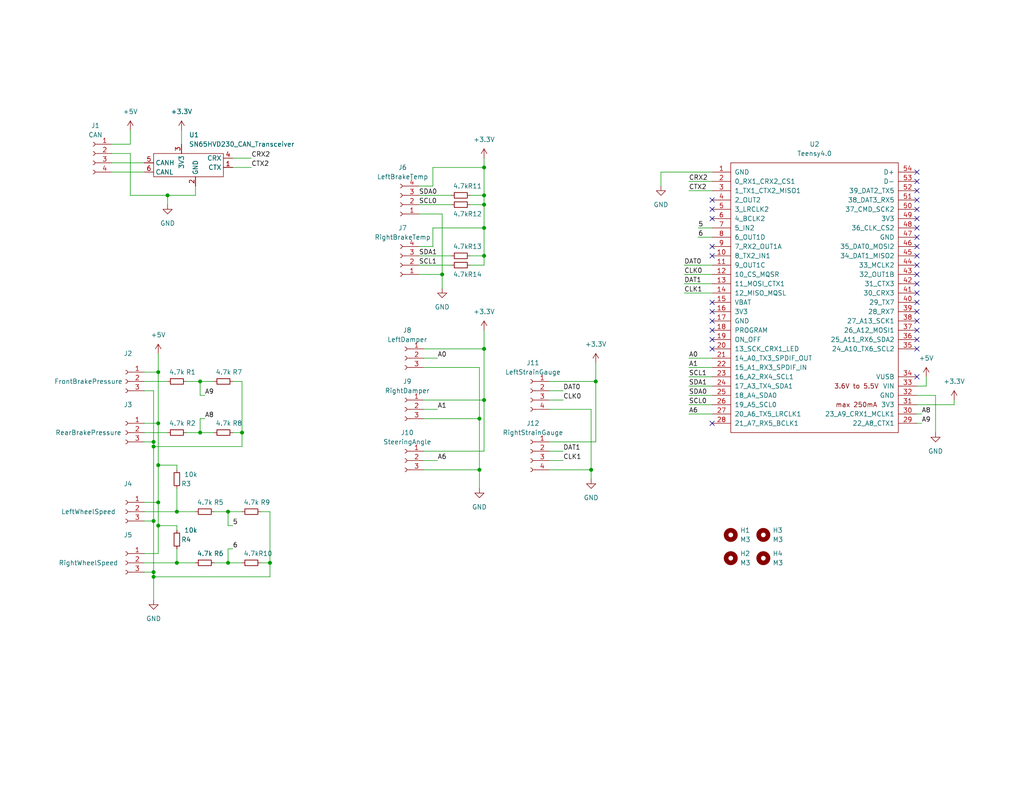
<source format=kicad_sch>
(kicad_sch (version 20211123) (generator eeschema)
  (paper "USLetter")
  (title_block (title "SDM-23 DAQ I/O Board") (date "2023-01-22") (rev "v1"))
  (lib_symbols
    (symbol "Connector:Conn_01x03_Female" (pin_names (offset 1.016) hide)
      (property "Reference" "J" (at 0 5.08 0))
      (property "Value" "Conn_01x03_Female" (at 0 -5.08 0))
      (symbol "Conn_01x03_Female_1_1"
        (arc (start 0 -2.032) (mid -0.508 -2.54) (end 0 -3.048) (stroke (width 0.1524)))
        (polyline (pts (xy -1.27 -2.54) (xy -0.508 -2.54)) (stroke (width 0.1524)))
        (polyline (pts (xy -1.27 0) (xy -0.508 0)) (stroke (width 0.1524)))
        (polyline (pts (xy -1.27 2.54) (xy -0.508 2.54)) (stroke (width 0.1524)))
        (arc (start 0 0.508) (mid -0.508 0) (end 0 -0.508) (stroke (width 0.1524)))
        (arc (start 0 3.048) (mid -0.508 2.54) (end 0 2.032) (stroke (width 0.1524)))
        (pin passive line (at -5.08 2.54 0) (length 3.81) (name "Pin_1") (number "1"))
        (pin passive line (at -5.08 0 0) (length 3.81) (name "Pin_2") (number "2"))
        (pin passive line (at -5.08 -2.54 0) (length 3.81) (name "Pin_3") (number "3"))
      )
    )
    (symbol "Connector:Conn_01x04_Female" (pin_names (offset 1.016) hide)
      (property "Reference" "J" (at 0 5.08 0))
      (property "Value" "Conn_01x04_Female" (at 0 -7.62 0))
      (symbol "Conn_01x04_Female_1_1"
        (arc (start 0 -4.572) (mid -0.508 -5.08) (end 0 -5.588) (stroke (width 0.1524)))
        (arc (start 0 -2.032) (mid -0.508 -2.54) (end 0 -3.048) (stroke (width 0.1524)))
        (polyline (pts (xy -1.27 -5.08) (xy -0.508 -5.08)) (stroke (width 0.1524)))
        (polyline (pts (xy -1.27 -2.54) (xy -0.508 -2.54)) (stroke (width 0.1524)))
        (polyline (pts (xy -1.27 0) (xy -0.508 0)) (stroke (width 0.1524)))
        (polyline (pts (xy -1.27 2.54) (xy -0.508 2.54)) (stroke (width 0.1524)))
        (arc (start 0 0.508) (mid -0.508 0) (end 0 -0.508) (stroke (width 0.1524)))
        (arc (start 0 3.048) (mid -0.508 2.54) (end 0 2.032) (stroke (width 0.1524)))
        (pin passive line (at -5.08 2.54 0) (length 3.81) (name "Pin_1") (number "1"))
        (pin passive line (at -5.08 0 0) (length 3.81) (name "Pin_2") (number "2"))
        (pin passive line (at -5.08 -2.54 0) (length 3.81) (name "Pin_3") (number "3"))
        (pin passive line (at -5.08 -5.08 0) (length 3.81) (name "Pin_4") (number "4"))
      )
    )
    (symbol "Device:R_Small" (pin_numbers hide) (pin_names (offset 0.254) hide)
      (property "Reference" "R" (at 0.762 0.508 0))
      (property "Value" "R_Small" (at 0.762 -1.016 0))
      (symbol "R_Small_0_1"
        (rectangle (start -0.762 1.778) (end 0.762 -1.778) (stroke (width 0.2032)))
      )
      (symbol "R_Small_1_1"
        (pin passive line (at 0 2.54 270) (length 0.762) (name "~") (number "1"))
        (pin passive line (at 0 -2.54 90) (length 0.762) (name "~") (number "2"))
      )
    )
    (symbol "Mechanical:MountingHole" (pin_names (offset 1.016))
      (property "Reference" "H" (at 0 5.08 0))
      (property "Value" "MountingHole" (at 0 3.175 0))
      (symbol "MountingHole_0_1"
        (circle (center 0 0) (radius 1.27) (stroke (width 1.27)))
      )
    )
    (symbol "SDM:SN65HVD230_CAN_Transceiver"
      (property "Reference" "U" (at 0 2.54 0))
      (property "Value" "SN65HVD230_CAN_Transceiver" (at 13.97 0 0))
      (symbol "SN65HVD230_CAN_Transceiver_0_1"
        (rectangle (start -8.89 -6.35) (end 10.16 -12.7))
      )
      (symbol "SN65HVD230_CAN_Transceiver_1_1"
        (pin input line (at 12.7 -10.16 180) (length 2.54) (name "CTX") (number "1"))
        (pin input line (at 2.54 -15.24 90) (length 2.54) (name "GND") (number "2"))
        (pin input line (at -1.27 -3.81 270) (length 2.54) (name "3V3") (number "3"))
        (pin input line (at 12.7 -7.62 180) (length 2.54) (name "CRX") (number "4"))
        (pin input line (at -11.43 -8.89 0) (length 2.54) (name "CANH") (number "5"))
        (pin input line (at -11.43 -11.43 0) (length 2.54) (name "CANL") (number "6"))
      )
    )
    (symbol "Teensy:Teensy4.0" (pin_names (offset 1.016))
      (property "Reference" "U" (at 0 39.37 0))
      (property "Value" "Teensy4.0" (at 0 -39.37 0))
      (symbol "Teensy4.0_0_0"
        (text "3.6V to 5.5V" (at 11.43 -24.13 0) (effects (font (size 1.27 1.27))))
        (text "max 250mA" (at 11.43 -29.21 0) (effects (font (size 1.27 1.27))))
        (pin bidirectional line (at -27.94 11.43 0) (length 5.08) (name "8_TX2_IN1") (number "10"))
        (pin bidirectional line (at -27.94 8.89 0) (length 5.08) (name "9_OUT1C") (number "11"))
        (pin bidirectional line (at -27.94 6.35 0) (length 5.08) (name "10_CS_MQSR") (number "12"))
        (pin bidirectional line (at -27.94 3.81 0) (length 5.08) (name "11_MOSI_CTX1") (number "13"))
        (pin bidirectional line (at -27.94 1.27 0) (length 5.08) (name "12_MISO_MQSL") (number "14"))
        (pin power_in line (at -27.94 -1.27 0) (length 5.08) (name "VBAT") (number "15"))
        (pin power_in line (at -27.94 -3.81 0) (length 5.08) (name "3V3") (number "16"))
        (pin power_in line (at -27.94 -6.35 0) (length 5.08) (name "GND") (number "17"))
        (pin input line (at -27.94 -8.89 0) (length 5.08) (name "PROGRAM") (number "18"))
        (pin input line (at -27.94 -11.43 0) (length 5.08) (name "ON_OFF") (number "19"))
        (pin bidirectional line (at -27.94 -13.97 0) (length 5.08) (name "13_SCK_CRX1_LED") (number "20"))
        (pin bidirectional line (at -27.94 -16.51 0) (length 5.08) (name "14_A0_TX3_SPDIF_OUT") (number "21"))
        (pin bidirectional line (at -27.94 -19.05 0) (length 5.08) (name "15_A1_RX3_SPDIF_IN") (number "22"))
        (pin bidirectional line (at -27.94 -21.59 0) (length 5.08) (name "16_A2_RX4_SCL1") (number "23"))
        (pin bidirectional line (at -27.94 -24.13 0) (length 5.08) (name "17_A3_TX4_SDA1") (number "24"))
        (pin bidirectional line (at -27.94 -26.67 0) (length 5.08) (name "18_A4_SDA0") (number "25"))
        (pin bidirectional line (at -27.94 -29.21 0) (length 5.08) (name "19_A5_SCL0") (number "26"))
        (pin bidirectional line (at -27.94 -31.75 0) (length 5.08) (name "20_A6_TX5_LRCLK1") (number "27"))
        (pin bidirectional line (at -27.94 -34.29 0) (length 5.08) (name "21_A7_RX5_BCLK1") (number "28"))
        (pin bidirectional line (at 27.94 -34.29 180) (length 5.08) (name "22_A8_CTX1") (number "29"))
        (pin bidirectional line (at 27.94 -31.75 180) (length 5.08) (name "23_A9_CRX1_MCLK1") (number "30"))
        (pin power_out line (at 27.94 -29.21 180) (length 5.08) (name "3V3") (number "31"))
        (pin power_in line (at 27.94 -26.67 180) (length 5.08) (name "GND") (number "32"))
        (pin power_in line (at 27.94 -24.13 180) (length 5.08) (name "VIN") (number "33"))
        (pin power_out line (at 27.94 -21.59 180) (length 5.08) (name "VUSB") (number "34"))
        (pin bidirectional line (at 27.94 -13.97 180) (length 5.08) (name "24_A10_TX6_SCL2") (number "35"))
        (pin bidirectional line (at 27.94 -11.43 180) (length 5.08) (name "25_A11_RX6_SDA2") (number "36"))
        (pin bidirectional line (at 27.94 -8.89 180) (length 5.08) (name "26_A12_MOSI1") (number "37"))
        (pin bidirectional line (at 27.94 -6.35 180) (length 5.08) (name "27_A13_SCK1") (number "38"))
        (pin bidirectional line (at 27.94 -3.81 180) (length 5.08) (name "28_RX7") (number "39"))
        (pin bidirectional line (at 27.94 -1.27 180) (length 5.08) (name "29_TX7") (number "40"))
        (pin bidirectional line (at 27.94 1.27 180) (length 5.08) (name "30_CRX3") (number "41"))
        (pin bidirectional line (at 27.94 3.81 180) (length 5.08) (name "31_CTX3") (number "42"))
        (pin bidirectional line (at 27.94 6.35 180) (length 5.08) (name "32_OUT1B") (number "43"))
        (pin bidirectional line (at 27.94 8.89 180) (length 5.08) (name "33_MCLK2") (number "44"))
        (pin bidirectional line (at 27.94 11.43 180) (length 5.08) (name "34_DAT1_MISO2") (number "45"))
        (pin bidirectional line (at 27.94 13.97 180) (length 5.08) (name "35_DAT0_MOSI2") (number "46"))
        (pin power_out line (at 27.94 16.51 180) (length 5.08) (name "GND") (number "47"))
        (pin bidirectional line (at 27.94 19.05 180) (length 5.08) (name "36_CLK_CS2") (number "48"))
        (pin power_out line (at 27.94 21.59 180) (length 5.08) (name "3V3") (number "49"))
        (pin bidirectional line (at -27.94 24.13 0) (length 5.08) (name "3_LRCLK2") (number "5"))
        (pin bidirectional line (at 27.94 24.13 180) (length 5.08) (name "37_CMD_SCK2") (number "50"))
        (pin bidirectional line (at 27.94 26.67 180) (length 5.08) (name "38_DAT3_RX5") (number "51"))
        (pin bidirectional line (at 27.94 29.21 180) (length 5.08) (name "39_DAT2_TX5") (number "52"))
        (pin bidirectional line (at 27.94 31.75 180) (length 5.08) (name "D-") (number "53"))
        (pin bidirectional line (at 27.94 34.29 180) (length 5.08) (name "D+") (number "54"))
        (pin bidirectional line (at -27.94 21.59 0) (length 5.08) (name "4_BCLK2") (number "6"))
        (pin bidirectional line (at -27.94 19.05 0) (length 5.08) (name "5_IN2") (number "7"))
        (pin bidirectional line (at -27.94 16.51 0) (length 5.08) (name "6_OUT1D") (number "8"))
        (pin bidirectional line (at -27.94 13.97 0) (length 5.08) (name "7_RX2_OUT1A") (number "9"))
      )
      (symbol "Teensy4.0_0_1"
        (rectangle (start -22.86 36.83) (end 22.86 -36.83))
        (rectangle (start -20.32 -31.75) (end -20.32 -31.75))
      )
      (symbol "Teensy4.0_1_1"
        (pin power_in line (at -27.94 34.29 0) (length 5.08) (name "GND") (number "1"))
        (pin bidirectional line (at -27.94 31.75 0) (length 5.08) (name "0_RX1_CRX2_CS1") (number "2"))
        (pin bidirectional line (at -27.94 29.21 0) (length 5.08) (name "1_TX1_CTX2_MISO1") (number "3"))
        (pin bidirectional line (at -27.94 26.67 0) (length 5.08) (name "2_OUT2") (number "4"))
      )
    )
    (symbol "power:+3.3V" (power) (pin_names (offset 0))
      (property "Value" "+3.3V" (at 0 3.556 0))
      (symbol "+3.3V_0_1"
        (polyline (pts (xy -0.762 1.27) (xy 0 2.54)))
        (polyline (pts (xy 0 0) (xy 0 2.54)))
        (polyline (pts (xy 0 2.54) (xy 0.762 1.27)))
      )
      (symbol "+3.3V_1_1"
        (pin power_in line (at 0 0 90) (length 0) hide (name "+3.3V") (number "1"))
      )
    )
    (symbol "power:+5V" (power) (pin_names (offset 0))
      (property "Value" "+5V" (at 0 3.556 0))
      (symbol "+5V_0_1"
        (polyline (pts (xy -0.762 1.27) (xy 0 2.54)))
        (polyline (pts (xy 0 0) (xy 0 2.54)))
        (polyline (pts (xy 0 2.54) (xy 0.762 1.27)))
      )
      (symbol "+5V_1_1"
        (pin power_in line (at 0 0 90) (length 0) hide (name "+5V") (number "1"))
      )
    )
    (symbol "power:GND" (power) (pin_names (offset 0))
      (property "Value" "GND" (at 0 -3.81 0))
      (symbol "GND_0_1"
        (polyline (pts (xy 0 0) (xy 0 -1.27) (xy 1.27 -1.27) (xy 0 -2.54) (xy -1.27 -1.27) (xy 0 -1.27)))
      )
      (symbol "GND_1_1"
        (pin power_in line (at 0 0 270) (length 0) hide (name "GND") (number "1"))
      )
    )
  )
  (junction (at 43.18 115.57))
  (junction (at 41.91 120.65))
  (junction (at 66.04 118.11))
  (junction (at 41.91 121.92))
  (junction (at 132.08 109.22))
  (junction (at 62.23 139.7))
  (junction (at 41.91 142.24))
  (junction (at 48.26 153.67))
  (junction (at 120.65 74.93))
  (junction (at 132.08 95.25))
  (junction (at 132.08 53.34))
  (junction (at 54.61 118.11))
  (junction (at 41.91 157.48))
  (junction (at 132.08 45.72))
  (junction (at 130.81 128.27))
  (junction (at 132.08 55.88))
  (junction (at 48.26 139.7))
  (junction (at 43.18 127))
  (junction (at 162.56 104.14))
  (junction (at 43.18 143.51))
  (junction (at 45.72 53.34))
  (junction (at 62.23 153.67))
  (junction (at 130.81 114.3))
  (junction (at 43.18 137.16))
  (junction (at 132.08 69.85))
  (junction (at 41.91 156.21))
  (junction (at 43.18 101.6))
  (junction (at 54.61 104.14))
  (junction (at 73.66 153.67))
  (junction (at 132.08 62.23))
  (junction (at 161.29 128.27))
  (no_connect (at 194.31 115.57))
  (no_connect (at 250.19 49.53))
  (no_connect (at 250.19 82.55))
  (no_connect (at 250.19 102.87))
  (no_connect (at 250.19 69.85))
  (no_connect (at 250.19 90.17))
  (no_connect (at 250.19 59.69))
  (no_connect (at 250.19 80.01))
  (no_connect (at 194.31 95.25))
  (no_connect (at 250.19 72.39))
  (no_connect (at 194.31 54.61))
  (no_connect (at 250.19 62.23))
  (no_connect (at 250.19 92.71))
  (no_connect (at 250.19 87.63))
  (no_connect (at 194.31 92.71))
  (no_connect (at 194.31 85.09))
  (no_connect (at 194.31 90.17))
  (no_connect (at 194.31 69.85))
  (no_connect (at 250.19 67.31))
  (no_connect (at 194.31 87.63))
  (no_connect (at 250.19 57.15))
  (no_connect (at 250.19 52.07))
  (no_connect (at 194.31 59.69))
  (no_connect (at 250.19 54.61))
  (no_connect (at 194.31 57.15))
  (no_connect (at 194.31 67.31))
  (no_connect (at 250.19 95.25))
  (no_connect (at 250.19 74.93))
  (no_connect (at 250.19 77.47))
  (no_connect (at 250.19 64.77))
  (no_connect (at 194.31 82.55))
  (no_connect (at 250.19 46.99))
  (no_connect (at 250.19 85.09))
  (wire (pts (xy 41.91 163.83) (xy 41.91 157.48)))
  (wire (pts (xy 130.81 100.33) (xy 130.81 114.3)))
  (wire (pts (xy 41.91 120.65) (xy 39.37 120.65)))
  (wire (pts (xy 115.57 111.76) (xy 119.38 111.76)))
  (wire (pts (xy 162.56 104.14) (xy 149.86 104.14)))
  (wire (pts (xy 114.3 67.31) (xy 118.11 67.31)))
  (wire (pts (xy 73.66 139.7) (xy 73.66 153.67)))
  (wire (pts (xy 55.88 107.95) (xy 54.61 107.95)))
  (wire (pts (xy 62.23 139.7) (xy 62.23 143.51)))
  (wire (pts (xy 187.96 110.49) (xy 194.31 110.49)))
  (wire (pts (xy 35.56 41.91) (xy 30.48 41.91)))
  (wire (pts (xy 114.3 74.93) (xy 120.65 74.93)))
  (wire (pts (xy 132.08 55.88) (xy 132.08 62.23)))
  (wire (pts (xy 43.18 115.57) (xy 43.18 101.6)))
  (wire (pts (xy 115.57 109.22) (xy 132.08 109.22)))
  (wire (pts (xy 66.04 121.92) (xy 41.91 121.92)))
  (wire (pts (xy 55.88 114.3) (xy 54.61 114.3)))
  (wire (pts (xy 128.27 69.85) (xy 132.08 69.85)))
  (wire (pts (xy 30.48 46.99) (xy 39.37 46.99)))
  (wire (pts (xy 63.5 43.18) (xy 68.58 43.18)))
  (wire (pts (xy 30.48 44.45) (xy 39.37 44.45)))
  (wire (pts (xy 50.8 118.11) (xy 54.61 118.11)))
  (wire (pts (xy 186.69 77.47) (xy 194.31 77.47)))
  (wire (pts (xy 43.18 101.6) (xy 43.18 96.52)))
  (wire (pts (xy 54.61 104.14) (xy 58.42 104.14)))
  (wire (pts (xy 39.37 151.13) (xy 43.18 151.13)))
  (wire (pts (xy 43.18 137.16) (xy 43.18 127)))
  (wire (pts (xy 161.29 128.27) (xy 161.29 130.81)))
  (wire (pts (xy 66.04 104.14) (xy 66.04 118.11)))
  (wire (pts (xy 48.26 153.67) (xy 53.34 153.67)))
  (wire (pts (xy 63.5 45.72) (xy 68.58 45.72)))
  (wire (pts (xy 132.08 123.19) (xy 132.08 109.22)))
  (wire (pts (xy 43.18 151.13) (xy 43.18 143.51)))
  (wire (pts (xy 39.37 156.21) (xy 41.91 156.21)))
  (wire (pts (xy 118.11 45.72) (xy 132.08 45.72)))
  (wire (pts (xy 115.57 100.33) (xy 130.81 100.33)))
  (wire (pts (xy 260.35 110.49) (xy 260.35 109.22)))
  (wire (pts (xy 115.57 114.3) (xy 130.81 114.3)))
  (wire (pts (xy 71.12 139.7) (xy 73.66 139.7)))
  (wire (pts (xy 39.37 101.6) (xy 43.18 101.6)))
  (wire (pts (xy 180.34 46.99) (xy 180.34 50.8)))
  (wire (pts (xy 149.86 120.65) (xy 162.56 120.65)))
  (wire (pts (xy 48.26 149.86) (xy 48.26 153.67)))
  (wire (pts (xy 114.3 50.8) (xy 118.11 50.8)))
  (wire (pts (xy 255.27 107.95) (xy 255.27 118.11)))
  (wire (pts (xy 132.08 109.22) (xy 132.08 95.25)))
  (wire (pts (xy 58.42 139.7) (xy 62.23 139.7)))
  (wire (pts (xy 41.91 121.92) (xy 41.91 120.65)))
  (wire (pts (xy 41.91 142.24) (xy 41.91 121.92)))
  (wire (pts (xy 187.96 52.07) (xy 194.31 52.07)))
  (wire (pts (xy 187.96 97.79) (xy 194.31 97.79)))
  (wire (pts (xy 149.86 123.19) (xy 153.67 123.19)))
  (wire (pts (xy 114.3 55.88) (xy 123.19 55.88)))
  (wire (pts (xy 48.26 144.78) (xy 48.26 143.51)))
  (wire (pts (xy 186.69 74.93) (xy 194.31 74.93)))
  (wire (pts (xy 66.04 118.11) (xy 66.04 121.92)))
  (wire (pts (xy 149.86 106.68) (xy 153.67 106.68)))
  (wire (pts (xy 128.27 53.34) (xy 132.08 53.34)))
  (wire (pts (xy 250.19 115.57) (xy 251.46 115.57)))
  (wire (pts (xy 35.56 35.56) (xy 35.56 39.37)))
  (wire (pts (xy 149.86 111.76) (xy 161.29 111.76)))
  (wire (pts (xy 132.08 72.39) (xy 132.08 69.85)))
  (wire (pts (xy 187.96 107.95) (xy 194.31 107.95)))
  (wire (pts (xy 63.5 149.86) (xy 62.23 149.86)))
  (wire (pts (xy 250.19 110.49) (xy 260.35 110.49)))
  (wire (pts (xy 128.27 55.88) (xy 132.08 55.88)))
  (wire (pts (xy 114.3 58.42) (xy 120.65 58.42)))
  (wire (pts (xy 39.37 106.68) (xy 41.91 106.68)))
  (wire (pts (xy 115.57 97.79) (xy 119.38 97.79)))
  (wire (pts (xy 54.61 107.95) (xy 54.61 104.14)))
  (wire (pts (xy 115.57 95.25) (xy 132.08 95.25)))
  (wire (pts (xy 41.91 142.24) (xy 41.91 156.21)))
  (wire (pts (xy 132.08 53.34) (xy 132.08 55.88)))
  (wire (pts (xy 71.12 153.67) (xy 73.66 153.67)))
  (wire (pts (xy 132.08 62.23) (xy 132.08 69.85)))
  (wire (pts (xy 187.96 113.03) (xy 194.31 113.03)))
  (wire (pts (xy 115.57 128.27) (xy 130.81 128.27)))
  (wire (pts (xy 132.08 45.72) (xy 132.08 53.34)))
  (wire (pts (xy 149.86 125.73) (xy 153.67 125.73)))
  (wire (pts (xy 39.37 118.11) (xy 45.72 118.11)))
  (wire (pts (xy 41.91 157.48) (xy 41.91 156.21)))
  (wire (pts (xy 190.5 64.77) (xy 194.31 64.77)))
  (wire (pts (xy 48.26 139.7) (xy 53.34 139.7)))
  (wire (pts (xy 41.91 157.48) (xy 73.66 157.48)))
  (wire (pts (xy 35.56 53.34) (xy 45.72 53.34)))
  (wire (pts (xy 62.23 139.7) (xy 66.04 139.7)))
  (wire (pts (xy 62.23 149.86) (xy 62.23 153.67)))
  (wire (pts (xy 118.11 62.23) (xy 132.08 62.23)))
  (wire (pts (xy 48.26 133.35) (xy 48.26 139.7)))
  (wire (pts (xy 115.57 125.73) (xy 119.38 125.73)))
  (wire (pts (xy 39.37 142.24) (xy 41.91 142.24)))
  (wire (pts (xy 130.81 114.3) (xy 130.81 128.27)))
  (wire (pts (xy 54.61 118.11) (xy 58.42 118.11)))
  (wire (pts (xy 50.8 104.14) (xy 54.61 104.14)))
  (wire (pts (xy 73.66 153.67) (xy 73.66 157.48)))
  (wire (pts (xy 252.73 102.87) (xy 252.73 105.41)))
  (wire (pts (xy 115.57 123.19) (xy 132.08 123.19)))
  (wire (pts (xy 39.37 153.67) (xy 48.26 153.67)))
  (wire (pts (xy 114.3 53.34) (xy 123.19 53.34)))
  (wire (pts (xy 39.37 139.7) (xy 48.26 139.7)))
  (wire (pts (xy 43.18 143.51) (xy 43.18 137.16)))
  (wire (pts (xy 45.72 53.34) (xy 45.72 55.88)))
  (wire (pts (xy 43.18 127) (xy 43.18 115.57)))
  (wire (pts (xy 58.42 153.67) (xy 62.23 153.67)))
  (wire (pts (xy 161.29 111.76) (xy 161.29 128.27)))
  (wire (pts (xy 118.11 50.8) (xy 118.11 45.72)))
  (wire (pts (xy 250.19 107.95) (xy 255.27 107.95)))
  (wire (pts (xy 62.23 153.67) (xy 66.04 153.67)))
  (wire (pts (xy 30.48 39.37) (xy 35.56 39.37)))
  (wire (pts (xy 180.34 46.99) (xy 194.31 46.99)))
  (wire (pts (xy 187.96 100.33) (xy 194.31 100.33)))
  (wire (pts (xy 250.19 105.41) (xy 252.73 105.41)))
  (wire (pts (xy 49.53 35.56) (xy 49.53 39.37)))
  (wire (pts (xy 130.81 128.27) (xy 130.81 133.35)))
  (wire (pts (xy 120.65 58.42) (xy 120.65 74.93)))
  (wire (pts (xy 63.5 118.11) (xy 66.04 118.11)))
  (wire (pts (xy 53.34 50.8) (xy 53.34 53.34)))
  (wire (pts (xy 48.26 128.27) (xy 48.26 127)))
  (wire (pts (xy 162.56 99.06) (xy 162.56 104.14)))
  (wire (pts (xy 186.69 80.01) (xy 194.31 80.01)))
  (wire (pts (xy 162.56 120.65) (xy 162.56 104.14)))
  (wire (pts (xy 53.34 53.34) (xy 45.72 53.34)))
  (wire (pts (xy 187.96 105.41) (xy 194.31 105.41)))
  (wire (pts (xy 41.91 106.68) (xy 41.91 120.65)))
  (wire (pts (xy 114.3 72.39) (xy 123.19 72.39)))
  (wire (pts (xy 187.96 49.53) (xy 194.31 49.53)))
  (wire (pts (xy 190.5 62.23) (xy 194.31 62.23)))
  (wire (pts (xy 39.37 104.14) (xy 45.72 104.14)))
  (wire (pts (xy 63.5 143.51) (xy 62.23 143.51)))
  (wire (pts (xy 120.65 74.93) (xy 120.65 78.74)))
  (wire (pts (xy 118.11 67.31) (xy 118.11 62.23)))
  (wire (pts (xy 43.18 143.51) (xy 48.26 143.51)))
  (wire (pts (xy 128.27 72.39) (xy 132.08 72.39)))
  (wire (pts (xy 35.56 53.34) (xy 35.56 41.91)))
  (wire (pts (xy 132.08 95.25) (xy 132.08 90.17)))
  (wire (pts (xy 132.08 43.18) (xy 132.08 45.72)))
  (wire (pts (xy 43.18 127) (xy 48.26 127)))
  (wire (pts (xy 149.86 128.27) (xy 161.29 128.27)))
  (wire (pts (xy 187.96 102.87) (xy 194.31 102.87)))
  (wire (pts (xy 114.3 69.85) (xy 123.19 69.85)))
  (wire (pts (xy 250.19 113.03) (xy 251.46 113.03)))
  (wire (pts (xy 63.5 104.14) (xy 66.04 104.14)))
  (wire (pts (xy 186.69 72.39) (xy 194.31 72.39)))
  (wire (pts (xy 54.61 114.3) (xy 54.61 118.11)))
  (wire (pts (xy 39.37 115.57) (xy 43.18 115.57)))
  (wire (pts (xy 39.37 137.16) (xy 43.18 137.16)))
  (wire (pts (xy 149.86 109.22) (xy 153.67 109.22)))
  (label "SDA1" (at 187.96 105.41 0))
  (label "SCL0" (at 187.96 110.49 0))
  (label "DAT1" (at 153.67 123.19 0))
  (label "6" (at 190.5 64.77 0))
  (label "CTX2" (at 68.58 45.72 0))
  (label "A6" (at 119.38 125.73 0))
  (label "A8" (at 55.88 114.3 0))
  (label "5" (at 190.5 62.23 0))
  (label "A1" (at 119.38 111.76 0))
  (label "CLK0" (at 186.69 74.93 0))
  (label "CRX2" (at 68.58 43.18 0))
  (label "CLK0" (at 153.67 109.22 0))
  (label "A9" (at 55.88 107.95 0))
  (label "A6" (at 187.96 113.03 0))
  (label "DAT0" (at 186.69 72.39 0))
  (label "5" (at 63.5 143.51 0))
  (label "A8" (at 251.46 113.03 0))
  (label "DAT1" (at 186.69 77.47 0))
  (label "SCL1" (at 187.96 102.87 0))
  (label "CLK1" (at 153.67 125.73 0))
  (label "A9" (at 251.46 115.57 0))
  (label "SCL1" (at 114.3 72.39 0))
  (label "A0" (at 187.96 97.79 0))
  (label "6" (at 63.5 149.86 0))
  (label "DAT0" (at 153.67 106.68 0))
  (label "SCL0" (at 114.3 55.88 0))
  (label "A0" (at 119.38 97.79 0))
  (label "CTX2" (at 187.96 52.07 0))
  (label "SDA1" (at 114.3 69.85 0))
  (label "SDA0" (at 114.3 53.34 0))
  (label "SDA0" (at 187.96 107.95 0))
  (label "CLK1" (at 186.69 80.01 0))
  (label "CRX2" (at 187.96 49.53 0))
  (label "A1" (at 187.96 100.33 0))
  (symbol (lib_id "Connector:Conn_01x03_Female") (at 110.49 125.73 0) (mirror y) (unit 1)
    (property "Reference" "J10" (at 111.125 118.11 0))
    (property "Value" "SteeringAngle" (at 111.125 120.65 0))
    (property "Footprint" "TerminalBlock_TE-Connectivity:TerminalBlock_TE_282834-3_1x03_P2.54mm_Horizontal" (effects hide))
  )
  (symbol (lib_id "Device:R_Small") (at 55.88 153.67 90) (unit 1)
    (property "Reference" "R6" (at 59.69 151.13 90))
    (property "Value" "4.7k" (at 55.88 151.13 90))
    (property "Footprint" "Resistor_THT:R_Axial_DIN0207_L6.3mm_D2.5mm_P10.16mm_Horizontal" (effects hide))
  )
  (symbol (lib_id "Connector:Conn_01x04_Female") (at 25.4 41.91 0) (mirror y) (unit 1)
    (property "Reference" "J1" (at 26.035 34.29 0))
    (property "Value" "CAN" (at 26.035 36.83 0))
    (property "Footprint" "TerminalBlock_TE-Connectivity:TerminalBlock_TE_282834-4_1x04_P2.54mm_Horizontal" (effects hide))
  )
  (symbol (lib_id "power:+3.3V") (at 49.53 35.56 0) (unit 1)
    (property "Reference" "#PWR0113" (effects hide))
    (property "Value" "+3.3V" (at 49.53 30.48 0))
  )
  (symbol (lib_id "Connector:Conn_01x04_Female") (at 109.22 72.39 180) (unit 1)
    (property "Reference" "J7" (at 109.855 62.23 0))
    (property "Value" "RightBrakeTemp" (at 109.855 64.77 0))
    (property "Footprint" "TerminalBlock_TE-Connectivity:TerminalBlock_TE_282834-4_1x04_P2.54mm_Horizontal" (effects hide))
  )
  (symbol (lib_id "power:+3.3V") (at 132.08 90.17 0) (unit 1)
    (property "Reference" "#PWR0105" (effects hide))
    (property "Value" "+3.3V" (at 132.08 85.09 0))
  )
  (symbol (lib_id "power:GND") (at 161.29 130.81 0) (unit 1)
    (property "Reference" "#PWR0104" (effects hide))
    (property "Value" "GND" (at 161.29 135.89 0))
  )
  (symbol (lib_id "power:GND") (at 130.81 133.35 0) (unit 1)
    (property "Reference" "#PWR0107" (effects hide))
    (property "Value" "GND" (at 130.81 138.43 0))
  )
  (symbol (lib_id "Device:R_Small") (at 125.73 72.39 90) (unit 1)
    (property "Reference" "R14" (at 129.54 74.93 90))
    (property "Value" "4.7k" (at 125.73 74.93 90))
    (property "Footprint" "Resistor_THT:R_Axial_DIN0207_L6.3mm_D2.5mm_P10.16mm_Horizontal" (effects hide))
  )
  (symbol (lib_id "power:+5V") (at 35.56 35.56 0) (unit 1)
    (property "Reference" "#PWR0115" (effects hide))
    (property "Value" "+5V" (at 35.56 30.48 0))
  )
  (symbol (lib_id "Device:R_Small") (at 125.73 53.34 90) (unit 1)
    (property "Reference" "R11" (at 129.54 50.8 90))
    (property "Value" "4.7k" (at 125.73 50.8 90))
    (property "Footprint" "Resistor_THT:R_Axial_DIN0207_L6.3mm_D2.5mm_P10.16mm_Horizontal" (effects hide))
  )
  (symbol (lib_id "Device:R_Small") (at 60.96 104.14 90) (unit 1)
    (property "Reference" "R7" (at 64.77 101.6 90))
    (property "Value" "4.7k" (at 60.96 101.6 90))
    (property "Footprint" "Resistor_THT:R_Axial_DIN0207_L6.3mm_D2.5mm_P10.16mm_Horizontal" (effects hide))
  )
  (symbol (lib_id "power:GND") (at 120.65 78.74 0) (unit 1)
    (property "Reference" "#PWR0109" (effects hide))
    (property "Value" "GND" (at 120.65 83.82 0))
  )
  (symbol (lib_id "Device:R_Small") (at 60.96 118.11 90) (unit 1)
    (property "Reference" "R8" (at 64.77 115.57 90))
    (property "Value" "4.7k" (at 60.96 115.57 90))
    (property "Footprint" "Resistor_THT:R_Axial_DIN0207_L6.3mm_D2.5mm_P10.16mm_Horizontal" (effects hide))
  )
  (symbol (lib_id "Device:R_Small") (at 125.73 69.85 90) (unit 1)
    (property "Reference" "R13" (at 129.54 67.31 90))
    (property "Value" "4.7k" (at 125.73 67.31 90))
    (property "Footprint" "Resistor_THT:R_Axial_DIN0207_L6.3mm_D2.5mm_P10.16mm_Horizontal" (effects hide))
  )
  (symbol (lib_id "power:+3.3V") (at 132.08 43.18 0) (unit 1)
    (property "Reference" "#PWR0110" (effects hide))
    (property "Value" "+3.3V" (at 132.08 38.1 0))
  )
  (symbol (lib_id "Connector:Conn_01x03_Female") (at 34.29 153.67 0) (mirror y) (unit 1)
    (property "Reference" "J5" (at 34.925 146.05 0))
    (property "Value" "RightWheelSpeed" (at 24.13 153.67 0))
    (property "Footprint" "TerminalBlock_TE-Connectivity:TerminalBlock_TE_282834-3_1x03_P2.54mm_Horizontal" (effects hide))
  )
  (symbol (lib_id "Device:R_Small") (at 125.73 55.88 90) (unit 1)
    (property "Reference" "R12" (at 129.54 58.42 90))
    (property "Value" "4.7k" (at 125.73 58.42 90))
    (property "Footprint" "Resistor_THT:R_Axial_DIN0207_L6.3mm_D2.5mm_P10.16mm_Horizontal" (effects hide))
  )
  (symbol (lib_id "Device:R_Small") (at 68.58 139.7 90) (unit 1)
    (property "Reference" "R9" (at 72.39 137.16 90))
    (property "Value" "4.7k" (at 68.58 137.16 90))
    (property "Footprint" "Resistor_THT:R_Axial_DIN0207_L6.3mm_D2.5mm_P10.16mm_Horizontal" (effects hide))
  )
  (symbol (lib_id "Connector:Conn_01x03_Female") (at 110.49 97.79 0) (mirror y) (unit 1)
    (property "Reference" "J8" (at 111.125 90.17 0))
    (property "Value" "LeftDamper" (at 111.125 92.71 0))
    (property "Footprint" "TerminalBlock_TE-Connectivity:TerminalBlock_TE_282834-3_1x03_P2.54mm_Horizontal" (effects hide))
  )
  (symbol (lib_id "Mechanical:MountingHole") (at 199.39 146.05 0) (unit 1)
    (property "Reference" "H1" (at 201.93 144.7799 0) (effects (justify left)))
    (property "Value" "M3" (at 201.93 147.3199 0) (effects (justify left)))
    (property "Footprint" "MountingHole:MountingHole_3.2mm_M3" (effects hide))
  )
  (symbol (lib_id "power:+5V") (at 43.18 96.52 0) (unit 1)
    (property "Reference" "#PWR0111" (effects hide))
    (property "Value" "+5V" (at 43.18 91.44 0))
  )
  (symbol (lib_id "Device:R_Small") (at 48.26 118.11 90) (unit 1)
    (property "Reference" "R2" (at 52.07 115.57 90))
    (property "Value" "4.7k" (at 48.26 115.57 90))
    (property "Footprint" "Resistor_THT:R_Axial_DIN0207_L6.3mm_D2.5mm_P10.16mm_Horizontal" (effects hide))
  )
  (symbol (lib_id "Device:R_Small") (at 48.26 130.81 0) (unit 1)
    (property "Reference" "R3" (at 50.8 132.08 0))
    (property "Value" "10k" (at 52.07 129.54 0))
    (property "Footprint" "Resistor_THT:R_Axial_DIN0207_L6.3mm_D2.5mm_P10.16mm_Horizontal" (effects hide))
  )
  (symbol (lib_id "power:+5V") (at 252.73 102.87 0) (unit 1)
    (property "Reference" "#PWR0101" (effects hide))
    (property "Value" "+5V" (at 252.73 97.79 0))
  )
  (symbol (lib_id "Mechanical:MountingHole") (at 208.28 146.05 0) (unit 1)
    (property "Reference" "H3" (at 210.82 144.7799 0) (effects (justify left)))
    (property "Value" "M3" (at 210.82 147.3199 0) (effects (justify left)))
    (property "Footprint" "MountingHole:MountingHole_3.2mm_M3" (effects hide))
  )
  (symbol (lib_id "Device:R_Small") (at 68.58 153.67 90) (unit 1)
    (property "Reference" "R10" (at 72.39 151.13 90))
    (property "Value" "4.7k" (at 68.58 151.13 90))
    (property "Footprint" "Resistor_THT:R_Axial_DIN0207_L6.3mm_D2.5mm_P10.16mm_Horizontal" (effects hide))
  )
  (symbol (lib_id "power:GND") (at 180.34 50.8 0) (unit 1)
    (property "Reference" "#PWR0108" (effects hide))
    (property "Value" "GND" (at 180.34 55.88 0))
  )
  (symbol (lib_id "Connector:Conn_01x03_Female") (at 110.49 111.76 0) (mirror y) (unit 1)
    (property "Reference" "J9" (at 111.125 104.14 0))
    (property "Value" "RightDamper" (at 111.125 106.68 0))
    (property "Footprint" "TerminalBlock_TE-Connectivity:TerminalBlock_TE_282834-3_1x03_P2.54mm_Horizontal" (effects hide))
  )
  (symbol (lib_id "SDM:SN65HVD230_CAN_Transceiver") (at 50.8 35.56 0) (unit 1)
    (property "Reference" "U1" (at 51.5494 36.83 0) (effects (justify left)))
    (property "Value" "SN65HVD230_CAN_Transceiver" (at 51.5494 39.37 0) (effects (justify left)))
    (property "Footprint" "SDM:SDM_CANBoard_v1" (effects hide))
  )
  (symbol (lib_id "Device:R_Small") (at 55.88 139.7 90) (unit 1)
    (property "Reference" "R5" (at 59.69 137.16 90))
    (property "Value" "4.7k" (at 55.88 137.16 90))
    (property "Footprint" "Resistor_THT:R_Axial_DIN0207_L6.3mm_D2.5mm_P10.16mm_Horizontal" (effects hide))
  )
  (symbol (lib_id "Connector:Conn_01x04_Female") (at 109.22 55.88 180) (unit 1)
    (property "Reference" "J6" (at 109.855 45.72 0))
    (property "Value" "LeftBrakeTemp" (at 109.855 48.26 0))
    (property "Footprint" "TerminalBlock_TE-Connectivity:TerminalBlock_TE_282834-4_1x04_P2.54mm_Horizontal" (effects hide))
  )
  (symbol (lib_id "Connector:Conn_01x04_Female") (at 144.78 123.19 0) (mirror y) (unit 1)
    (property "Reference" "J12" (at 145.415 115.57 0))
    (property "Value" "RightStrainGauge" (at 145.415 118.11 0))
    (property "Footprint" "TerminalBlock_TE-Connectivity:TerminalBlock_TE_282834-4_1x04_P2.54mm_Horizontal" (effects hide))
  )
  (symbol (lib_id "power:GND") (at 255.27 118.11 0) (unit 1)
    (property "Reference" "#PWR0103" (effects hide))
    (property "Value" "GND" (at 255.27 123.19 0))
  )
  (symbol (lib_id "Device:R_Small") (at 48.26 147.32 0) (unit 1)
    (property "Reference" "R4" (at 50.8 147.32 0))
    (property "Value" "10k" (at 52.07 144.78 0))
    (property "Footprint" "Resistor_THT:R_Axial_DIN0207_L6.3mm_D2.5mm_P10.16mm_Horizontal" (effects hide))
  )
  (symbol (lib_id "power:GND") (at 45.72 55.88 0) (unit 1)
    (property "Reference" "#PWR0114" (effects hide))
    (property "Value" "GND" (at 45.72 60.96 0))
  )
  (symbol (lib_id "Device:R_Small") (at 48.26 104.14 90) (unit 1)
    (property "Reference" "R1" (at 52.07 101.6 90))
    (property "Value" "4.7k" (at 48.26 101.6 90))
    (property "Footprint" "Resistor_THT:R_Axial_DIN0207_L6.3mm_D2.5mm_P10.16mm_Horizontal" (effects hide))
  )
  (symbol (lib_id "Mechanical:MountingHole") (at 208.28 152.4 0) (unit 1)
    (property "Reference" "H4" (at 210.82 151.1299 0) (effects (justify left)))
    (property "Value" "M3" (at 210.82 153.6699 0) (effects (justify left)))
    (property "Footprint" "MountingHole:MountingHole_3.2mm_M3" (effects hide))
  )
  (symbol (lib_id "power:+3.3V") (at 260.35 109.22 0) (unit 1)
    (property "Reference" "#PWR0102" (effects hide))
    (property "Value" "+3.3V" (at 260.35 104.14 0))
  )
  (symbol (lib_id "Connector:Conn_01x03_Female") (at 34.29 118.11 0) (mirror y) (unit 1)
    (property "Reference" "J3" (at 34.925 110.49 0))
    (property "Value" "RearBrakePressure" (at 24.13 118.11 0))
    (property "Footprint" "TerminalBlock_TE-Connectivity:TerminalBlock_TE_282834-3_1x03_P2.54mm_Horizontal" (effects hide))
  )
  (symbol (lib_id "Connector:Conn_01x03_Female") (at 34.29 104.14 0) (mirror y) (unit 1)
    (property "Reference" "J2" (at 34.925 96.52 0))
    (property "Value" "FrontBrakePressure" (at 24.13 104.14 0))
    (property "Footprint" "TerminalBlock_TE-Connectivity:TerminalBlock_TE_282834-3_1x03_P2.54mm_Horizontal" (effects hide))
  )
  (symbol (lib_id "Connector:Conn_01x03_Female") (at 34.29 139.7 0) (mirror y) (unit 1)
    (property "Reference" "J4" (at 34.925 132.08 0))
    (property "Value" "LeftWheelSpeed" (at 24.13 139.7 0))
    (property "Footprint" "TerminalBlock_TE-Connectivity:TerminalBlock_TE_282834-3_1x03_P2.54mm_Horizontal" (effects hide))
  )
  (symbol (lib_id "power:GND") (at 41.91 163.83 0) (unit 1)
    (property "Reference" "#PWR0112" (effects hide))
    (property "Value" "GND" (at 41.91 168.91 0))
  )
  (symbol (lib_id "Connector:Conn_01x04_Female") (at 144.78 106.68 0) (mirror y) (unit 1)
    (property "Reference" "J11" (at 145.415 99.06 0))
    (property "Value" "LeftStrainGauge" (at 145.415 101.6 0))
    (property "Footprint" "TerminalBlock_TE-Connectivity:TerminalBlock_TE_282834-4_1x04_P2.54mm_Horizontal" (effects hide))
  )
  (symbol (lib_id "power:+3.3V") (at 162.56 99.06 0) (unit 1)
    (property "Reference" "#PWR0106" (effects hide))
    (property "Value" "+3.3V" (at 162.56 93.98 0))
  )
  (symbol (lib_id "Teensy:Teensy4.0") (at 222.25 81.28 0) (unit 1)
    (property "Reference" "U2" (at 222.25 39.37 0))
    (property "Value" "Teensy4.0" (at 222.25 41.91 0))
    (property "Footprint" "Teensy:Teensy40" (effects hide))
  )
  (symbol (lib_id "Mechanical:MountingHole") (at 199.39 152.4 0) (unit 1)
    (property "Reference" "H2" (at 201.93 151.1299 0) (effects (justify left)))
    (property "Value" "M3" (at 201.93 153.6699 0) (effects (justify left)))
    (property "Footprint" "MountingHole:MountingHole_3.2mm_M3" (effects hide))
  )
)
</source>
